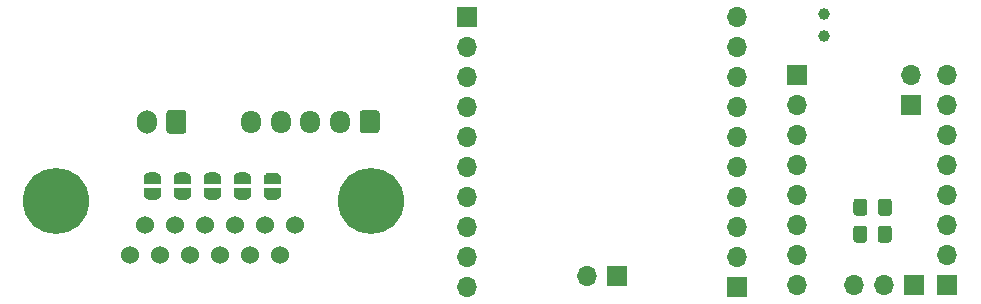
<source format=gbs>
G04 #@! TF.GenerationSoftware,KiCad,Pcbnew,5.1.9+dfsg1-1*
G04 #@! TF.CreationDate,2022-11-10T15:58:18+09:00*
G04 #@! TF.ProjectId,adapter-board,61646170-7465-4722-9d62-6f6172642e6b,rev?*
G04 #@! TF.SameCoordinates,Original*
G04 #@! TF.FileFunction,Soldermask,Bot*
G04 #@! TF.FilePolarity,Negative*
%FSLAX46Y46*%
G04 Gerber Fmt 4.6, Leading zero omitted, Abs format (unit mm)*
G04 Created by KiCad (PCBNEW 5.1.9+dfsg1-1) date 2022-11-10 15:58:18*
%MOMM*%
%LPD*%
G01*
G04 APERTURE LIST*
%ADD10C,5.600000*%
%ADD11C,1.524000*%
%ADD12R,1.700000X1.700000*%
%ADD13O,1.700000X1.700000*%
%ADD14C,0.100000*%
%ADD15O,1.700000X2.000000*%
%ADD16O,1.700000X1.950000*%
%ADD17C,1.000000*%
G04 APERTURE END LIST*
D10*
X113792000Y-83820000D03*
X87122000Y-83820000D03*
D11*
X107315000Y-85852000D03*
X104775000Y-85852000D03*
X102235000Y-85852000D03*
X99695000Y-85852000D03*
X97155000Y-85852000D03*
X94615000Y-85852000D03*
X106045000Y-88392000D03*
X103505000Y-88392000D03*
X100965000Y-88392000D03*
X98425000Y-88392000D03*
X95885000Y-88392000D03*
X93345000Y-88392000D03*
D12*
X121920000Y-68199000D03*
D13*
X121920000Y-70739000D03*
X121920000Y-73279000D03*
X121920000Y-75819000D03*
X121920000Y-78359000D03*
X121920000Y-80899000D03*
X121920000Y-83439000D03*
X121920000Y-85979000D03*
X121920000Y-88519000D03*
X121920000Y-91059000D03*
D12*
X149860000Y-73152000D03*
D13*
X149860000Y-75692000D03*
X149860000Y-78232000D03*
X149860000Y-80772000D03*
X149860000Y-83312000D03*
X149860000Y-85852000D03*
X149860000Y-88392000D03*
X149860000Y-90932000D03*
X144780000Y-68199000D03*
X144780000Y-70739000D03*
X144780000Y-73279000D03*
X144780000Y-75819000D03*
X144780000Y-78359000D03*
X144780000Y-80899000D03*
X144780000Y-83439000D03*
X144780000Y-85979000D03*
X144780000Y-88519000D03*
D12*
X144780000Y-91059000D03*
D13*
X162560000Y-73152000D03*
X162560000Y-75692000D03*
X162560000Y-78232000D03*
X162560000Y-80772000D03*
X162560000Y-83312000D03*
X162560000Y-85852000D03*
X162560000Y-88392000D03*
D12*
X162560000Y-90932000D03*
D14*
G36*
X104660000Y-82400000D02*
G01*
X104660000Y-81900000D01*
X104660602Y-81900000D01*
X104660602Y-81875466D01*
X104665412Y-81826635D01*
X104674984Y-81778510D01*
X104689228Y-81731555D01*
X104708005Y-81686222D01*
X104731136Y-81642949D01*
X104758396Y-81602150D01*
X104789524Y-81564221D01*
X104824221Y-81529524D01*
X104862150Y-81498396D01*
X104902949Y-81471136D01*
X104946222Y-81448005D01*
X104991555Y-81429228D01*
X105038510Y-81414984D01*
X105086635Y-81405412D01*
X105135466Y-81400602D01*
X105160000Y-81400602D01*
X105160000Y-81400000D01*
X105660000Y-81400000D01*
X105660000Y-81400602D01*
X105684534Y-81400602D01*
X105733365Y-81405412D01*
X105781490Y-81414984D01*
X105828445Y-81429228D01*
X105873778Y-81448005D01*
X105917051Y-81471136D01*
X105957850Y-81498396D01*
X105995779Y-81529524D01*
X106030476Y-81564221D01*
X106061604Y-81602150D01*
X106088864Y-81642949D01*
X106111995Y-81686222D01*
X106130772Y-81731555D01*
X106145016Y-81778510D01*
X106154588Y-81826635D01*
X106159398Y-81875466D01*
X106159398Y-81900000D01*
X106160000Y-81900000D01*
X106160000Y-82400000D01*
X104660000Y-82400000D01*
G37*
G36*
X106159398Y-83200000D02*
G01*
X106159398Y-83224534D01*
X106154588Y-83273365D01*
X106145016Y-83321490D01*
X106130772Y-83368445D01*
X106111995Y-83413778D01*
X106088864Y-83457051D01*
X106061604Y-83497850D01*
X106030476Y-83535779D01*
X105995779Y-83570476D01*
X105957850Y-83601604D01*
X105917051Y-83628864D01*
X105873778Y-83651995D01*
X105828445Y-83670772D01*
X105781490Y-83685016D01*
X105733365Y-83694588D01*
X105684534Y-83699398D01*
X105660000Y-83699398D01*
X105660000Y-83700000D01*
X105160000Y-83700000D01*
X105160000Y-83699398D01*
X105135466Y-83699398D01*
X105086635Y-83694588D01*
X105038510Y-83685016D01*
X104991555Y-83670772D01*
X104946222Y-83651995D01*
X104902949Y-83628864D01*
X104862150Y-83601604D01*
X104824221Y-83570476D01*
X104789524Y-83535779D01*
X104758396Y-83497850D01*
X104731136Y-83457051D01*
X104708005Y-83413778D01*
X104689228Y-83368445D01*
X104674984Y-83321490D01*
X104665412Y-83273365D01*
X104660602Y-83224534D01*
X104660602Y-83200000D01*
X104660000Y-83200000D01*
X104660000Y-82700000D01*
X106160000Y-82700000D01*
X106160000Y-83200000D01*
X106159398Y-83200000D01*
G37*
G36*
X103619398Y-83185000D02*
G01*
X103619398Y-83209534D01*
X103614588Y-83258365D01*
X103605016Y-83306490D01*
X103590772Y-83353445D01*
X103571995Y-83398778D01*
X103548864Y-83442051D01*
X103521604Y-83482850D01*
X103490476Y-83520779D01*
X103455779Y-83555476D01*
X103417850Y-83586604D01*
X103377051Y-83613864D01*
X103333778Y-83636995D01*
X103288445Y-83655772D01*
X103241490Y-83670016D01*
X103193365Y-83679588D01*
X103144534Y-83684398D01*
X103120000Y-83684398D01*
X103120000Y-83685000D01*
X102620000Y-83685000D01*
X102620000Y-83684398D01*
X102595466Y-83684398D01*
X102546635Y-83679588D01*
X102498510Y-83670016D01*
X102451555Y-83655772D01*
X102406222Y-83636995D01*
X102362949Y-83613864D01*
X102322150Y-83586604D01*
X102284221Y-83555476D01*
X102249524Y-83520779D01*
X102218396Y-83482850D01*
X102191136Y-83442051D01*
X102168005Y-83398778D01*
X102149228Y-83353445D01*
X102134984Y-83306490D01*
X102125412Y-83258365D01*
X102120602Y-83209534D01*
X102120602Y-83185000D01*
X102120000Y-83185000D01*
X102120000Y-82685000D01*
X103620000Y-82685000D01*
X103620000Y-83185000D01*
X103619398Y-83185000D01*
G37*
G36*
X102120000Y-82385000D02*
G01*
X102120000Y-81885000D01*
X102120602Y-81885000D01*
X102120602Y-81860466D01*
X102125412Y-81811635D01*
X102134984Y-81763510D01*
X102149228Y-81716555D01*
X102168005Y-81671222D01*
X102191136Y-81627949D01*
X102218396Y-81587150D01*
X102249524Y-81549221D01*
X102284221Y-81514524D01*
X102322150Y-81483396D01*
X102362949Y-81456136D01*
X102406222Y-81433005D01*
X102451555Y-81414228D01*
X102498510Y-81399984D01*
X102546635Y-81390412D01*
X102595466Y-81385602D01*
X102620000Y-81385602D01*
X102620000Y-81385000D01*
X103120000Y-81385000D01*
X103120000Y-81385602D01*
X103144534Y-81385602D01*
X103193365Y-81390412D01*
X103241490Y-81399984D01*
X103288445Y-81414228D01*
X103333778Y-81433005D01*
X103377051Y-81456136D01*
X103417850Y-81483396D01*
X103455779Y-81514524D01*
X103490476Y-81549221D01*
X103521604Y-81587150D01*
X103548864Y-81627949D01*
X103571995Y-81671222D01*
X103590772Y-81716555D01*
X103605016Y-81763510D01*
X103614588Y-81811635D01*
X103619398Y-81860466D01*
X103619398Y-81885000D01*
X103620000Y-81885000D01*
X103620000Y-82385000D01*
X102120000Y-82385000D01*
G37*
G36*
X94500000Y-82385000D02*
G01*
X94500000Y-81885000D01*
X94500602Y-81885000D01*
X94500602Y-81860466D01*
X94505412Y-81811635D01*
X94514984Y-81763510D01*
X94529228Y-81716555D01*
X94548005Y-81671222D01*
X94571136Y-81627949D01*
X94598396Y-81587150D01*
X94629524Y-81549221D01*
X94664221Y-81514524D01*
X94702150Y-81483396D01*
X94742949Y-81456136D01*
X94786222Y-81433005D01*
X94831555Y-81414228D01*
X94878510Y-81399984D01*
X94926635Y-81390412D01*
X94975466Y-81385602D01*
X95000000Y-81385602D01*
X95000000Y-81385000D01*
X95500000Y-81385000D01*
X95500000Y-81385602D01*
X95524534Y-81385602D01*
X95573365Y-81390412D01*
X95621490Y-81399984D01*
X95668445Y-81414228D01*
X95713778Y-81433005D01*
X95757051Y-81456136D01*
X95797850Y-81483396D01*
X95835779Y-81514524D01*
X95870476Y-81549221D01*
X95901604Y-81587150D01*
X95928864Y-81627949D01*
X95951995Y-81671222D01*
X95970772Y-81716555D01*
X95985016Y-81763510D01*
X95994588Y-81811635D01*
X95999398Y-81860466D01*
X95999398Y-81885000D01*
X96000000Y-81885000D01*
X96000000Y-82385000D01*
X94500000Y-82385000D01*
G37*
G36*
X95999398Y-83185000D02*
G01*
X95999398Y-83209534D01*
X95994588Y-83258365D01*
X95985016Y-83306490D01*
X95970772Y-83353445D01*
X95951995Y-83398778D01*
X95928864Y-83442051D01*
X95901604Y-83482850D01*
X95870476Y-83520779D01*
X95835779Y-83555476D01*
X95797850Y-83586604D01*
X95757051Y-83613864D01*
X95713778Y-83636995D01*
X95668445Y-83655772D01*
X95621490Y-83670016D01*
X95573365Y-83679588D01*
X95524534Y-83684398D01*
X95500000Y-83684398D01*
X95500000Y-83685000D01*
X95000000Y-83685000D01*
X95000000Y-83684398D01*
X94975466Y-83684398D01*
X94926635Y-83679588D01*
X94878510Y-83670016D01*
X94831555Y-83655772D01*
X94786222Y-83636995D01*
X94742949Y-83613864D01*
X94702150Y-83586604D01*
X94664221Y-83555476D01*
X94629524Y-83520779D01*
X94598396Y-83482850D01*
X94571136Y-83442051D01*
X94548005Y-83398778D01*
X94529228Y-83353445D01*
X94514984Y-83306490D01*
X94505412Y-83258365D01*
X94500602Y-83209534D01*
X94500602Y-83185000D01*
X94500000Y-83185000D01*
X94500000Y-82685000D01*
X96000000Y-82685000D01*
X96000000Y-83185000D01*
X95999398Y-83185000D01*
G37*
G36*
X101079398Y-83185000D02*
G01*
X101079398Y-83209534D01*
X101074588Y-83258365D01*
X101065016Y-83306490D01*
X101050772Y-83353445D01*
X101031995Y-83398778D01*
X101008864Y-83442051D01*
X100981604Y-83482850D01*
X100950476Y-83520779D01*
X100915779Y-83555476D01*
X100877850Y-83586604D01*
X100837051Y-83613864D01*
X100793778Y-83636995D01*
X100748445Y-83655772D01*
X100701490Y-83670016D01*
X100653365Y-83679588D01*
X100604534Y-83684398D01*
X100580000Y-83684398D01*
X100580000Y-83685000D01*
X100080000Y-83685000D01*
X100080000Y-83684398D01*
X100055466Y-83684398D01*
X100006635Y-83679588D01*
X99958510Y-83670016D01*
X99911555Y-83655772D01*
X99866222Y-83636995D01*
X99822949Y-83613864D01*
X99782150Y-83586604D01*
X99744221Y-83555476D01*
X99709524Y-83520779D01*
X99678396Y-83482850D01*
X99651136Y-83442051D01*
X99628005Y-83398778D01*
X99609228Y-83353445D01*
X99594984Y-83306490D01*
X99585412Y-83258365D01*
X99580602Y-83209534D01*
X99580602Y-83185000D01*
X99580000Y-83185000D01*
X99580000Y-82685000D01*
X101080000Y-82685000D01*
X101080000Y-83185000D01*
X101079398Y-83185000D01*
G37*
G36*
X99580000Y-82385000D02*
G01*
X99580000Y-81885000D01*
X99580602Y-81885000D01*
X99580602Y-81860466D01*
X99585412Y-81811635D01*
X99594984Y-81763510D01*
X99609228Y-81716555D01*
X99628005Y-81671222D01*
X99651136Y-81627949D01*
X99678396Y-81587150D01*
X99709524Y-81549221D01*
X99744221Y-81514524D01*
X99782150Y-81483396D01*
X99822949Y-81456136D01*
X99866222Y-81433005D01*
X99911555Y-81414228D01*
X99958510Y-81399984D01*
X100006635Y-81390412D01*
X100055466Y-81385602D01*
X100080000Y-81385602D01*
X100080000Y-81385000D01*
X100580000Y-81385000D01*
X100580000Y-81385602D01*
X100604534Y-81385602D01*
X100653365Y-81390412D01*
X100701490Y-81399984D01*
X100748445Y-81414228D01*
X100793778Y-81433005D01*
X100837051Y-81456136D01*
X100877850Y-81483396D01*
X100915779Y-81514524D01*
X100950476Y-81549221D01*
X100981604Y-81587150D01*
X101008864Y-81627949D01*
X101031995Y-81671222D01*
X101050772Y-81716555D01*
X101065016Y-81763510D01*
X101074588Y-81811635D01*
X101079398Y-81860466D01*
X101079398Y-81885000D01*
X101080000Y-81885000D01*
X101080000Y-82385000D01*
X99580000Y-82385000D01*
G37*
G36*
X98540000Y-82685000D02*
G01*
X98540000Y-83185000D01*
X98539398Y-83185000D01*
X98539398Y-83209534D01*
X98534588Y-83258365D01*
X98525016Y-83306490D01*
X98510772Y-83353445D01*
X98491995Y-83398778D01*
X98468864Y-83442051D01*
X98441604Y-83482850D01*
X98410476Y-83520779D01*
X98375779Y-83555476D01*
X98337850Y-83586604D01*
X98297051Y-83613864D01*
X98253778Y-83636995D01*
X98208445Y-83655772D01*
X98161490Y-83670016D01*
X98113365Y-83679588D01*
X98064534Y-83684398D01*
X98040000Y-83684398D01*
X98040000Y-83685000D01*
X97540000Y-83685000D01*
X97540000Y-83684398D01*
X97515466Y-83684398D01*
X97466635Y-83679588D01*
X97418510Y-83670016D01*
X97371555Y-83655772D01*
X97326222Y-83636995D01*
X97282949Y-83613864D01*
X97242150Y-83586604D01*
X97204221Y-83555476D01*
X97169524Y-83520779D01*
X97138396Y-83482850D01*
X97111136Y-83442051D01*
X97088005Y-83398778D01*
X97069228Y-83353445D01*
X97054984Y-83306490D01*
X97045412Y-83258365D01*
X97040602Y-83209534D01*
X97040602Y-83185000D01*
X97040000Y-83185000D01*
X97040000Y-82685000D01*
X98540000Y-82685000D01*
G37*
G36*
X97040602Y-81885000D02*
G01*
X97040602Y-81860466D01*
X97045412Y-81811635D01*
X97054984Y-81763510D01*
X97069228Y-81716555D01*
X97088005Y-81671222D01*
X97111136Y-81627949D01*
X97138396Y-81587150D01*
X97169524Y-81549221D01*
X97204221Y-81514524D01*
X97242150Y-81483396D01*
X97282949Y-81456136D01*
X97326222Y-81433005D01*
X97371555Y-81414228D01*
X97418510Y-81399984D01*
X97466635Y-81390412D01*
X97515466Y-81385602D01*
X97540000Y-81385602D01*
X97540000Y-81385000D01*
X98040000Y-81385000D01*
X98040000Y-81385602D01*
X98064534Y-81385602D01*
X98113365Y-81390412D01*
X98161490Y-81399984D01*
X98208445Y-81414228D01*
X98253778Y-81433005D01*
X98297051Y-81456136D01*
X98337850Y-81483396D01*
X98375779Y-81514524D01*
X98410476Y-81549221D01*
X98441604Y-81587150D01*
X98468864Y-81627949D01*
X98491995Y-81671222D01*
X98510772Y-81716555D01*
X98525016Y-81763510D01*
X98534588Y-81811635D01*
X98539398Y-81860466D01*
X98539398Y-81885000D01*
X98540000Y-81885000D01*
X98540000Y-82385000D01*
X97040000Y-82385000D01*
X97040000Y-81885000D01*
X97040602Y-81885000D01*
G37*
G36*
G01*
X98132000Y-76339000D02*
X98132000Y-77839000D01*
G75*
G02*
X97882000Y-78089000I-250000J0D01*
G01*
X96682000Y-78089000D01*
G75*
G02*
X96432000Y-77839000I0J250000D01*
G01*
X96432000Y-76339000D01*
G75*
G02*
X96682000Y-76089000I250000J0D01*
G01*
X97882000Y-76089000D01*
G75*
G02*
X98132000Y-76339000I0J-250000D01*
G01*
G37*
D15*
X94782000Y-77089000D03*
G36*
G01*
X114482000Y-76364000D02*
X114482000Y-77814000D01*
G75*
G02*
X114232000Y-78064000I-250000J0D01*
G01*
X113032000Y-78064000D01*
G75*
G02*
X112782000Y-77814000I0J250000D01*
G01*
X112782000Y-76364000D01*
G75*
G02*
X113032000Y-76114000I250000J0D01*
G01*
X114232000Y-76114000D01*
G75*
G02*
X114482000Y-76364000I0J-250000D01*
G01*
G37*
D16*
X111132000Y-77089000D03*
X108632000Y-77089000D03*
X106132000Y-77089000D03*
X103632000Y-77089000D03*
D17*
X152146000Y-69850000D03*
X152146000Y-67950000D03*
G36*
G01*
X154606500Y-84803000D02*
X154606500Y-83853000D01*
G75*
G02*
X154856500Y-83603000I250000J0D01*
G01*
X155531500Y-83603000D01*
G75*
G02*
X155781500Y-83853000I0J-250000D01*
G01*
X155781500Y-84803000D01*
G75*
G02*
X155531500Y-85053000I-250000J0D01*
G01*
X154856500Y-85053000D01*
G75*
G02*
X154606500Y-84803000I0J250000D01*
G01*
G37*
G36*
G01*
X156681500Y-84803000D02*
X156681500Y-83853000D01*
G75*
G02*
X156931500Y-83603000I250000J0D01*
G01*
X157606500Y-83603000D01*
G75*
G02*
X157856500Y-83853000I0J-250000D01*
G01*
X157856500Y-84803000D01*
G75*
G02*
X157606500Y-85053000I-250000J0D01*
G01*
X156931500Y-85053000D01*
G75*
G02*
X156681500Y-84803000I0J250000D01*
G01*
G37*
G36*
G01*
X156660000Y-87089000D02*
X156660000Y-86139000D01*
G75*
G02*
X156910000Y-85889000I250000J0D01*
G01*
X157585000Y-85889000D01*
G75*
G02*
X157835000Y-86139000I0J-250000D01*
G01*
X157835000Y-87089000D01*
G75*
G02*
X157585000Y-87339000I-250000J0D01*
G01*
X156910000Y-87339000D01*
G75*
G02*
X156660000Y-87089000I0J250000D01*
G01*
G37*
G36*
G01*
X154585000Y-87089000D02*
X154585000Y-86139000D01*
G75*
G02*
X154835000Y-85889000I250000J0D01*
G01*
X155510000Y-85889000D01*
G75*
G02*
X155760000Y-86139000I0J-250000D01*
G01*
X155760000Y-87089000D01*
G75*
G02*
X155510000Y-87339000I-250000J0D01*
G01*
X154835000Y-87339000D01*
G75*
G02*
X154585000Y-87089000I0J250000D01*
G01*
G37*
D12*
X159512000Y-75692000D03*
D13*
X159512000Y-73152000D03*
D12*
X159766000Y-90932000D03*
D13*
X157226000Y-90932000D03*
X154686000Y-90932000D03*
D12*
X134620000Y-90170000D03*
D13*
X132080000Y-90170000D03*
M02*

</source>
